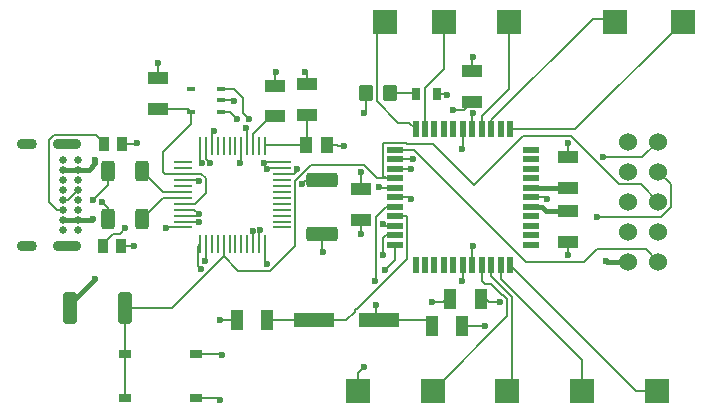
<source format=gbr>
%TF.GenerationSoftware,KiCad,Pcbnew,9.0.3*%
%TF.CreationDate,2025-07-20T22:32:54-06:00*%
%TF.ProjectId,bare_mega_1284,62617265-5f6d-4656-9761-5f313238342e,rev?*%
%TF.SameCoordinates,Original*%
%TF.FileFunction,Copper,L1,Top*%
%TF.FilePolarity,Positive*%
%FSLAX46Y46*%
G04 Gerber Fmt 4.6, Leading zero omitted, Abs format (unit mm)*
G04 Created by KiCad (PCBNEW 9.0.3) date 2025-07-20 22:32:54*
%MOMM*%
%LPD*%
G01*
G04 APERTURE LIST*
G04 Aperture macros list*
%AMRoundRect*
0 Rectangle with rounded corners*
0 $1 Rounding radius*
0 $2 $3 $4 $5 $6 $7 $8 $9 X,Y pos of 4 corners*
0 Add a 4 corners polygon primitive as box body*
4,1,4,$2,$3,$4,$5,$6,$7,$8,$9,$2,$3,0*
0 Add four circle primitives for the rounded corners*
1,1,$1+$1,$2,$3*
1,1,$1+$1,$4,$5*
1,1,$1+$1,$6,$7*
1,1,$1+$1,$8,$9*
0 Add four rect primitives between the rounded corners*
20,1,$1+$1,$2,$3,$4,$5,0*
20,1,$1+$1,$4,$5,$6,$7,0*
20,1,$1+$1,$6,$7,$8,$9,0*
20,1,$1+$1,$8,$9,$2,$3,0*%
G04 Aperture macros list end*
%TA.AperFunction,ComponentPad*%
%ADD10C,0.650000*%
%TD*%
%TA.AperFunction,ComponentPad*%
%ADD11O,1.700000X0.900000*%
%TD*%
%TA.AperFunction,ComponentPad*%
%ADD12O,2.400000X0.900000*%
%TD*%
%TA.AperFunction,SMDPad,CuDef*%
%ADD13R,1.749196X1.102398*%
%TD*%
%TA.AperFunction,ComponentPad*%
%ADD14C,1.524000*%
%TD*%
%TA.AperFunction,SMDPad,CuDef*%
%ADD15R,0.812800X1.143000*%
%TD*%
%TA.AperFunction,SMDPad,CuDef*%
%ADD16R,0.660400X0.990600*%
%TD*%
%TA.AperFunction,SMDPad,CuDef*%
%ADD17R,1.102398X1.749196*%
%TD*%
%TA.AperFunction,SMDPad,CuDef*%
%ADD18R,1.140000X1.470000*%
%TD*%
%TA.AperFunction,SMDPad,CuDef*%
%ADD19RoundRect,0.250000X0.312500X0.625000X-0.312500X0.625000X-0.312500X-0.625000X0.312500X-0.625000X0*%
%TD*%
%TA.AperFunction,SMDPad,CuDef*%
%ADD20R,0.280000X1.560000*%
%TD*%
%TA.AperFunction,SMDPad,CuDef*%
%ADD21R,1.560000X0.280000*%
%TD*%
%TA.AperFunction,SMDPad,CuDef*%
%ADD22R,0.800100X0.457200*%
%TD*%
%TA.AperFunction,SMDPad,CuDef*%
%ADD23R,0.508000X1.473200*%
%TD*%
%TA.AperFunction,SMDPad,CuDef*%
%ADD24R,1.473200X0.508000*%
%TD*%
%TA.AperFunction,SMDPad,CuDef*%
%ADD25RoundRect,0.250000X1.075000X-0.362500X1.075000X0.362500X-1.075000X0.362500X-1.075000X-0.362500X0*%
%TD*%
%TA.AperFunction,SMDPad,CuDef*%
%ADD26RoundRect,0.250000X-0.350000X-0.450000X0.350000X-0.450000X0.350000X0.450000X-0.350000X0.450000X0*%
%TD*%
%TA.AperFunction,SMDPad,CuDef*%
%ADD27R,1.000000X0.700000*%
%TD*%
%TA.AperFunction,SMDPad,CuDef*%
%ADD28R,3.500000X1.200000*%
%TD*%
%TA.AperFunction,SMDPad,CuDef*%
%ADD29RoundRect,0.250000X-0.362500X-1.075000X0.362500X-1.075000X0.362500X1.075000X-0.362500X1.075000X0*%
%TD*%
%TA.AperFunction,SMDPad,CuDef*%
%ADD30R,2.000000X2.000000*%
%TD*%
%TA.AperFunction,ViaPad*%
%ADD31C,0.600000*%
%TD*%
%TA.AperFunction,Conductor*%
%ADD32C,0.200000*%
%TD*%
%TA.AperFunction,Conductor*%
%ADD33C,0.400000*%
%TD*%
G04 APERTURE END LIST*
D10*
%TO.P,J1,A1,GND*%
%TO.N,GND*%
X121860000Y-95675000D03*
%TO.P,J1,A4,VBUS*%
%TO.N,+5V*%
X121860000Y-96525000D03*
%TO.P,J1,A5,CC1*%
%TO.N,Net-(J1-CC1)*%
X121860000Y-97375000D03*
%TO.P,J1,A6,DP1*%
%TO.N,/D_P*%
X121860000Y-98225000D03*
%TO.P,J1,A7,DN1*%
%TO.N,/D_N*%
X121860000Y-99075000D03*
%TO.P,J1,A8,SBU1*%
%TO.N,unconnected-(J1-SBU1-PadA8)*%
X121860000Y-99925000D03*
%TO.P,J1,A9,VBUS__1*%
%TO.N,+5V*%
X121860000Y-100775000D03*
%TO.P,J1,A12,GND__1*%
%TO.N,GND*%
X121860000Y-101625000D03*
%TO.P,J1,B1,GND__2*%
X120510000Y-101625000D03*
%TO.P,J1,B4,VBUS__2*%
%TO.N,+5V*%
X120510000Y-100775000D03*
%TO.P,J1,B5,CC2*%
%TO.N,Net-(J1-CC2)*%
X120510000Y-99925000D03*
%TO.P,J1,B6,DP2*%
%TO.N,/D_P*%
X120510000Y-99075000D03*
%TO.P,J1,B7,DN2*%
%TO.N,/D_N*%
X120510000Y-98225000D03*
%TO.P,J1,B8,SBU2*%
%TO.N,unconnected-(J1-SBU2-PadB8)*%
X120510000Y-97375000D03*
%TO.P,J1,B9,VBUS__3*%
%TO.N,+5V*%
X120510000Y-96525000D03*
%TO.P,J1,B12,GND__3*%
%TO.N,GND*%
X120510000Y-95675000D03*
D11*
%TO.P,J1,S1,SHELL*%
X117500000Y-94325000D03*
%TO.P,J1,S2,SHELL__1*%
X117500000Y-102975000D03*
D12*
%TO.P,J1,S3,SHELL__2*%
X120880000Y-94325000D03*
%TO.P,J1,S4,SHELL__3*%
X120880000Y-102975000D03*
%TD*%
D13*
%TO.P,C7,2*%
%TO.N,GND*%
X138500000Y-89398802D03*
%TO.P,C7,1*%
%TO.N,Net-(U2-VCCD)*%
X138500000Y-92001198D03*
%TD*%
D14*
%TO.P,CON1,10,10*%
%TO.N,GND*%
X168410000Y-94140000D03*
%TO.P,CON1,9,9*%
%TO.N,/MISO*%
X170950000Y-94140000D03*
%TO.P,CON1,8,8*%
%TO.N,GND*%
X168410000Y-96680000D03*
%TO.P,CON1,7,7*%
%TO.N,/SCK*%
X170950000Y-96680000D03*
%TO.P,CON1,6,6*%
%TO.N,unconnected-(CON1-Pad6)*%
X168410000Y-99220000D03*
%TO.P,CON1,5,5*%
%TO.N,/RES*%
X170950000Y-99220000D03*
%TO.P,CON1,4,4*%
%TO.N,unconnected-(CON1-Pad4)*%
X168410000Y-101760000D03*
%TO.P,CON1,3,3*%
%TO.N,unconnected-(CON1-Pad3)*%
X170950000Y-101760000D03*
%TO.P,CON1,2,2*%
%TO.N,+5V*%
X168410000Y-104300000D03*
%TO.P,CON1,1,1*%
%TO.N,/MOSI*%
X170950000Y-104300000D03*
%TD*%
D15*
%TO.P,R1,2*%
%TO.N,GND*%
X125449300Y-103000000D03*
%TO.P,R1,1*%
%TO.N,Net-(J1-CC1)*%
X123950700Y-103000000D03*
%TD*%
D16*
%TO.P,LED1,2*%
%TO.N,Net-(LED1-Pad2)*%
X150473700Y-90100000D03*
%TO.P,LED1,1*%
%TO.N,GND*%
X152226300Y-90100000D03*
%TD*%
D17*
%TO.P,C2,2*%
%TO.N,GND*%
X155951198Y-107480000D03*
%TO.P,C2,1*%
%TO.N,+5V*%
X153348802Y-107480000D03*
%TD*%
D13*
%TO.P,C4,2*%
%TO.N,GND*%
X163300000Y-95448802D03*
%TO.P,C4,1*%
%TO.N,/AREF*%
X163300000Y-98051198D03*
%TD*%
%TO.P,C5,2*%
%TO.N,GND*%
X163300000Y-102651198D03*
%TO.P,C5,1*%
%TO.N,/AVCC*%
X163300000Y-100048802D03*
%TD*%
%TO.P,C1,2*%
%TO.N,GND*%
X145750000Y-100751198D03*
%TO.P,C1,1*%
%TO.N,+5V*%
X145750000Y-98148802D03*
%TD*%
%TO.P,C3,2*%
%TO.N,GND*%
X155200000Y-88148802D03*
%TO.P,C3,1*%
%TO.N,+5V*%
X155200000Y-90751198D03*
%TD*%
%TO.P,C6,2*%
%TO.N,GND*%
X141200000Y-89298802D03*
%TO.P,C6,1*%
%TO.N,Net-(U2-VCCA)*%
X141200000Y-91901198D03*
%TD*%
%TO.P,C8,2*%
%TO.N,GND*%
X128550000Y-88748802D03*
%TO.P,C8,1*%
%TO.N,+3.3V*%
X128550000Y-91351198D03*
%TD*%
D18*
%TO.P,FL1,2*%
%TO.N,+5V*%
X142940000Y-94450000D03*
%TO.P,FL1,1*%
%TO.N,Net-(U2-VCCA)*%
X141160000Y-94450000D03*
%TD*%
D15*
%TO.P,R2,2*%
%TO.N,GND*%
X125549300Y-94300000D03*
%TO.P,R2,1*%
%TO.N,Net-(J1-CC2)*%
X124050700Y-94300000D03*
%TD*%
D19*
%TO.P,R3,2*%
%TO.N,/D_N*%
X124337500Y-96650000D03*
%TO.P,R3,1*%
%TO.N,/DM_N*%
X127262500Y-96650000D03*
%TD*%
%TO.P,R4,2*%
%TO.N,/D_P*%
X124337500Y-100650000D03*
%TO.P,R4,1*%
%TO.N,/DP_P*%
X127262500Y-100650000D03*
%TD*%
D20*
%TO.P,U2,48,GND__7*%
%TO.N,GND*%
X132150000Y-94470000D03*
%TO.P,U2,47,GND__6*%
X132650000Y-94470000D03*
%TO.P,U2,46,VCCIO__2*%
%TO.N,+5V*%
X133150000Y-94470000D03*
%TO.P,U2,45,EECS*%
%TO.N,unconnected-(U2-EECS-Pad45)*%
X133650000Y-94470000D03*
%TO.P,U2,44,EECLK*%
%TO.N,unconnected-(U2-EECLK-Pad44)*%
X134150000Y-94470000D03*
%TO.P,U2,43,EEDATA*%
%TO.N,unconnected-(U2-EEDATA-Pad43)*%
X134650000Y-94470000D03*
%TO.P,U2,42,TEST*%
%TO.N,unconnected-(U2-TEST-Pad42)*%
X135150000Y-94470000D03*
%TO.P,U2,41,AGND__2*%
%TO.N,GND*%
X135650000Y-94470000D03*
%TO.P,U2,40,VREGIN*%
%TO.N,+5V*%
X136150000Y-94470000D03*
%TO.P,U2,39,VCCD*%
%TO.N,Net-(U2-VCCD)*%
X136650000Y-94470000D03*
%TO.P,U2,38,VCORE*%
%TO.N,unconnected-(U2-VCORE-Pad38)*%
X137150000Y-94470000D03*
%TO.P,U2,37,VCCA*%
%TO.N,Net-(U2-VCCA)*%
X137650000Y-94470000D03*
D21*
%TO.P,U2,36,GND__5*%
%TO.N,GND*%
X139080000Y-95900000D03*
%TO.P,U2,35,GND__4*%
X139080000Y-96400000D03*
%TO.P,U2,34,RESET#*%
%TO.N,Net-(U2-RESET#)*%
X139080000Y-96900000D03*
%TO.P,U2,33,ACBUS9*%
%TO.N,unconnected-(U2-ACBUS9-Pad33)*%
X139080000Y-97400000D03*
%TO.P,U2,32,ACBUS8*%
%TO.N,unconnected-(U2-ACBUS8-Pad32)*%
X139080000Y-97900000D03*
%TO.P,U2,31,ACBUS7/PWRSAV#*%
%TO.N,unconnected-(U2-ACBUS7{slash}PWRSAV#-Pad31)*%
X139080000Y-98400000D03*
%TO.P,U2,30,ACBUS6*%
%TO.N,unconnected-(U2-ACBUS6-Pad30)*%
X139080000Y-98900000D03*
%TO.P,U2,29,ACBUS5*%
%TO.N,unconnected-(U2-ACBUS5-Pad29)*%
X139080000Y-99400000D03*
%TO.P,U2,28,ACBUS4*%
%TO.N,unconnected-(U2-ACBUS4-Pad28)*%
X139080000Y-99900000D03*
%TO.P,U2,27,ACBUS3*%
%TO.N,unconnected-(U2-ACBUS3-Pad27)*%
X139080000Y-100400000D03*
%TO.P,U2,26,ACBUS2*%
%TO.N,unconnected-(U2-ACBUS2-Pad26)*%
X139080000Y-100900000D03*
%TO.P,U2,25,ACBUS1*%
%TO.N,unconnected-(U2-ACBUS1-Pad25)*%
X139080000Y-101400000D03*
D20*
%TO.P,U2,24,VCCIO__1*%
%TO.N,+5V*%
X137650000Y-102830000D03*
%TO.P,U2,23,GND__3*%
%TO.N,GND*%
X137150000Y-102830000D03*
%TO.P,U2,22,GND__2*%
X136650000Y-102830000D03*
%TO.P,U2,21,ACBUS0*%
%TO.N,unconnected-(U2-ACBUS0-Pad21)*%
X136150000Y-102830000D03*
%TO.P,U2,20,ADBUS7*%
%TO.N,unconnected-(U2-ADBUS7-Pad20)*%
X135650000Y-102830000D03*
%TO.P,U2,19,ADBUS6*%
%TO.N,unconnected-(U2-ADBUS6-Pad19)*%
X135150000Y-102830000D03*
%TO.P,U2,18,ADBUS5*%
%TO.N,unconnected-(U2-ADBUS5-Pad18)*%
X134650000Y-102830000D03*
%TO.P,U2,17,ADBUS4*%
%TO.N,/RES*%
X134150000Y-102830000D03*
%TO.P,U2,16,ADBUS3*%
%TO.N,unconnected-(U2-ADBUS3-Pad16)*%
X133650000Y-102830000D03*
%TO.P,U2,15,ADBUS2*%
%TO.N,unconnected-(U2-ADBUS2-Pad15)*%
X133150000Y-102830000D03*
%TO.P,U2,14,ADBUS1*%
%TO.N,/RXD*%
X132650000Y-102830000D03*
%TO.P,U2,13,ADBUS0*%
%TO.N,/TXD*%
X132150000Y-102830000D03*
D21*
%TO.P,U2,12,VCCIO*%
%TO.N,+5V*%
X130720000Y-101400000D03*
%TO.P,U2,11,GND__1*%
%TO.N,GND*%
X130720000Y-100900000D03*
%TO.P,U2,10,GND*%
X130720000Y-100400000D03*
%TO.P,U2,9,AGND__1*%
X130720000Y-99900000D03*
%TO.P,U2,8,VPLL*%
%TO.N,+3.3V*%
X130720000Y-99400000D03*
%TO.P,U2,7,DP*%
%TO.N,/DP_P*%
X130720000Y-98900000D03*
%TO.P,U2,6,DM*%
%TO.N,/DM_N*%
X130720000Y-98400000D03*
%TO.P,U2,5,REF*%
%TO.N,unconnected-(U2-REF-Pad5)*%
X130720000Y-97900000D03*
%TO.P,U2,4,AGND*%
%TO.N,GND*%
X130720000Y-97400000D03*
%TO.P,U2,3,VPHY*%
%TO.N,+3.3V*%
X130720000Y-96900000D03*
%TO.P,U2,2,OSCO*%
%TO.N,unconnected-(U2-OSCO-Pad2)*%
X130720000Y-96400000D03*
%TO.P,U2,1,OSCI*%
%TO.N,unconnected-(U2-OSCI-Pad1)*%
X130720000Y-95900000D03*
%TD*%
D22*
%TO.P,U3,5,VOUT*%
%TO.N,+3.3V*%
X131399050Y-91600001D03*
%TO.P,U3,4,NC*%
%TO.N,unconnected-(U3-NC-Pad4)*%
X131399050Y-89699999D03*
%TO.P,U3,3,EN*%
%TO.N,+5V*%
X133900950Y-89699999D03*
%TO.P,U3,2,GND*%
%TO.N,GND*%
X133900950Y-90650000D03*
%TO.P,U3,1,VIN*%
%TO.N,+5V*%
X133900950Y-91600001D03*
%TD*%
D23*
%TO.P,U1,44,PB4_(SS/OC0B/PCINT12)*%
%TO.N,Net-(U1-PB4_(SS{slash}OC0B{slash}PCINT12))*%
X150400000Y-93109600D03*
%TO.P,U1,43,PB3_(AIN1/OC0A/PCINT11)*%
%TO.N,Net-(U1-PB3_(AIN1{slash}OC0A{slash}PCINT11))*%
X151200001Y-93109600D03*
%TO.P,U1,42,PB2_(AIN0/INT2/PCINT10)*%
%TO.N,unconnected-(U1-PB2_(AIN0{slash}INT2{slash}PCINT10)-Pad42)*%
X152000000Y-93109600D03*
%TO.P,U1,41,PB1_(T1/CLKO/PCINT9)*%
%TO.N,unconnected-(U1-PB1_(T1{slash}CLKO{slash}PCINT9)-Pad41)*%
X152800001Y-93109600D03*
%TO.P,U1,40,PB0_(XCK0/T0/PCINT8)*%
%TO.N,unconnected-(U1-PB0_(XCK0{slash}T0{slash}PCINT8)-Pad40)*%
X153599999Y-93109600D03*
%TO.P,U1,39,GND*%
%TO.N,GND*%
X154400000Y-93109600D03*
%TO.P,U1,38,VCC*%
%TO.N,+5V*%
X155200001Y-93109600D03*
%TO.P,U1,37,PA0_(ADC0/PCINT0)*%
%TO.N,Net-(U1-PA0_(ADC0{slash}PCINT0))*%
X155999999Y-93109600D03*
%TO.P,U1,36,PA1_(ADC1/PCINT1)*%
%TO.N,Net-(U1-PA1_(ADC1{slash}PCINT1))*%
X156800000Y-93109600D03*
%TO.P,U1,35,PA2_(ADC2/PCINT2)*%
%TO.N,unconnected-(U1-PA2_(ADC2{slash}PCINT2)-Pad35)*%
X157599999Y-93109600D03*
%TO.P,U1,34,PA3_(ADC3/PCINT3)*%
%TO.N,Net-(U1-PA3_(ADC3{slash}PCINT3))*%
X158400000Y-93109600D03*
D24*
%TO.P,U1,33,PA4_(ADC4/PCINT4)*%
%TO.N,unconnected-(U1-PA4_(ADC4{slash}PCINT4)-Pad33)*%
X160140400Y-94850000D03*
%TO.P,U1,32,PA5_(ADC5/PCINT5)*%
%TO.N,unconnected-(U1-PA5_(ADC5{slash}PCINT5)-Pad32)*%
X160140400Y-95650001D03*
%TO.P,U1,31,PA6_(ADC6/PCINT6)*%
%TO.N,unconnected-(U1-PA6_(ADC6{slash}PCINT6)-Pad31)*%
X160140400Y-96450000D03*
%TO.P,U1,30,PA7_(ADC7/PCINT7)*%
%TO.N,unconnected-(U1-PA7_(ADC7{slash}PCINT7)-Pad30)*%
X160140400Y-97250001D03*
%TO.P,U1,29,AREF*%
%TO.N,/AREF*%
X160140400Y-98049999D03*
%TO.P,U1,28,GND*%
%TO.N,GND*%
X160140400Y-98850000D03*
%TO.P,U1,27,AVCC*%
%TO.N,/AVCC*%
X160140400Y-99650001D03*
%TO.P,U1,26,PC7_(TOSC2/PCINT23)*%
%TO.N,unconnected-(U1-PC7_(TOSC2{slash}PCINT23)-Pad26)*%
X160140400Y-100449999D03*
%TO.P,U1,25,PC6_(TOSC1/PCINT22)*%
%TO.N,unconnected-(U1-PC6_(TOSC1{slash}PCINT22)-Pad25)*%
X160140400Y-101250000D03*
%TO.P,U1,24,PC5_(TDI/PCINT21)*%
%TO.N,unconnected-(U1-PC5_(TDI{slash}PCINT21)-Pad24)*%
X160140400Y-102049999D03*
%TO.P,U1,23,PC4_(TDO/PCINT20)*%
%TO.N,unconnected-(U1-PC4_(TDO{slash}PCINT20)-Pad23)*%
X160140400Y-102850000D03*
D23*
%TO.P,U1,22,(PCINT19/TMS)_PC3*%
%TO.N,Net-(U1-(PCINT19{slash}TMS)_PC3)*%
X158400000Y-104590400D03*
%TO.P,U1,21,(PCINT18/TCK)_PC2*%
%TO.N,Net-(U1-(PCINT18{slash}TCK)_PC2)*%
X157599999Y-104590400D03*
%TO.P,U1,20,(PCINT17/SDA)_PC1*%
%TO.N,Net-(U1-(PCINT17{slash}SDA)_PC1)*%
X156800000Y-104590400D03*
%TO.P,U1,19,(PCINT16/SCL)_PC0*%
%TO.N,Net-(U1-(PCINT16{slash}SCL)_PC0)*%
X155999999Y-104590400D03*
%TO.P,U1,18,GND*%
%TO.N,GND*%
X155200001Y-104590400D03*
%TO.P,U1,17,VCC*%
%TO.N,+5V*%
X154400000Y-104590400D03*
%TO.P,U1,16,(PCINT31/OC2A)_PD7*%
%TO.N,unconnected-(U1-(PCINT31{slash}OC2A)_PD7-Pad16)*%
X153599999Y-104590400D03*
%TO.P,U1,15,(PCINT30/OC2B/ICP)_PD6*%
%TO.N,unconnected-(U1-(PCINT30{slash}OC2B{slash}ICP)_PD6-Pad15)*%
X152800001Y-104590400D03*
%TO.P,U1,14,(PCINT29/OC1A)_PD5*%
%TO.N,unconnected-(U1-(PCINT29{slash}OC1A)_PD5-Pad14)*%
X152000000Y-104590400D03*
%TO.P,U1,13,(PCINT28/XCK1/OC1B)_PD4*%
%TO.N,unconnected-(U1-(PCINT28{slash}XCK1{slash}OC1B)_PD4-Pad13)*%
X151200001Y-104590400D03*
%TO.P,U1,12,(PCINT27/TXD1/INT1)_PD3*%
%TO.N,unconnected-(U1-(PCINT27{slash}TXD1{slash}INT1)_PD3-Pad12)*%
X150400000Y-104590400D03*
D24*
%TO.P,U1,11,(PCINT26/RXD1/INT0)_PD2*%
%TO.N,Net-(U1-(PCINT26{slash}RXD1{slash}INT0)_PD2)*%
X148659600Y-102850000D03*
%TO.P,U1,10,(PCINT25/TXD0)_PD1*%
%TO.N,/RXD*%
X148659600Y-102049999D03*
%TO.P,U1,9,(PCINT24/RXD0/T3)_PD0*%
%TO.N,/TXD*%
X148659600Y-101250000D03*
%TO.P,U1,8,XTAL1*%
%TO.N,/XTAL1*%
X148659600Y-100449999D03*
%TO.P,U1,7,XTAL2*%
%TO.N,/XTAL2*%
X148659600Y-99650001D03*
%TO.P,U1,6,GND*%
%TO.N,GND*%
X148659600Y-98850000D03*
%TO.P,U1,5,VCC*%
%TO.N,+5V*%
X148659600Y-98049999D03*
%TO.P,U1,4,RESET\u002A*%
%TO.N,/RES*%
X148659600Y-97250001D03*
%TO.P,U1,3,(PCINT15/OC3B/SCK)_PB7*%
%TO.N,/SCK*%
X148659600Y-96450000D03*
%TO.P,U1,2,(PCINT14/OC3A/MISO)_PB6*%
%TO.N,/MISO*%
X148659600Y-95650001D03*
%TO.P,U1,1,(PCINT13/ICP3/MOSI)_PB5*%
%TO.N,/MOSI*%
X148659600Y-94850000D03*
%TD*%
D25*
%TO.P,R5,2*%
%TO.N,Net-(U2-RESET#)*%
X142500000Y-97375000D03*
%TO.P,R5,1*%
%TO.N,+5V*%
X142500000Y-102000000D03*
%TD*%
D26*
%TO.P,R6,2*%
%TO.N,Net-(LED1-Pad2)*%
X148200000Y-90050000D03*
%TO.P,R6,1*%
%TO.N,+5V*%
X146200000Y-90050000D03*
%TD*%
D27*
%TO.P,S1,4,NO_2*%
%TO.N,GND*%
X131800000Y-115830000D03*
%TO.P,S1,3,NO_1*%
%TO.N,/RES*%
X125800000Y-115830000D03*
%TO.P,S1,2,COM_2*%
%TO.N,GND*%
X131800000Y-112130000D03*
%TO.P,S1,1,COM_1*%
%TO.N,/RES*%
X125800000Y-112130000D03*
%TD*%
D28*
%TO.P,Y1,2,2*%
%TO.N,/XTAL2*%
X147300000Y-109230000D03*
%TO.P,Y1,1,1*%
%TO.N,/XTAL1*%
X141800000Y-109230000D03*
%TD*%
D17*
%TO.P,C10,2*%
%TO.N,GND*%
X154351198Y-109730000D03*
%TO.P,C10,1*%
%TO.N,/XTAL2*%
X151748802Y-109730000D03*
%TD*%
D29*
%TO.P,R7,2*%
%TO.N,/RES*%
X125800000Y-108230000D03*
%TO.P,R7,1*%
%TO.N,+5V*%
X121175000Y-108230000D03*
%TD*%
D17*
%TO.P,C9,2*%
%TO.N,GND*%
X135248802Y-109230000D03*
%TO.P,C9,1*%
%TO.N,/XTAL1*%
X137851198Y-109230000D03*
%TD*%
D30*
%TO.P,TP19,1,1*%
%TO.N,Net-(U1-(PCINT16{slash}SCL)_PC0)*%
X151862500Y-115230000D03*
%TD*%
%TO.P,TP44,1,1*%
%TO.N,Net-(U1-PB4_(SS{slash}OC0B{slash}PCINT12))*%
X147800000Y-83980000D03*
%TD*%
%TO.P,TP22,1,1*%
%TO.N,Net-(U1-(PCINT19{slash}TMS)_PC3)*%
X170800000Y-115230000D03*
%TD*%
%TO.P,TP43,1,1*%
%TO.N,Net-(U1-PB3_(AIN1{slash}OC0A{slash}PCINT11))*%
X152800000Y-83980000D03*
%TD*%
%TO.P,TP11,1,1*%
%TO.N,Net-(U1-(PCINT26{slash}RXD1{slash}INT0)_PD2)*%
X145550000Y-115230000D03*
%TD*%
%TO.P,TP21,1,1*%
%TO.N,Net-(U1-(PCINT18{slash}TCK)_PC2)*%
X164487500Y-115230000D03*
%TD*%
%TO.P,TP37,1,1*%
%TO.N,Net-(U1-PA0_(ADC0{slash}PCINT0))*%
X158300000Y-83980000D03*
%TD*%
%TO.P,TP20,1,1*%
%TO.N,Net-(U1-(PCINT17{slash}SDA)_PC1)*%
X158175000Y-115230000D03*
%TD*%
%TO.P,TP34,1,1*%
%TO.N,Net-(U1-PA3_(ADC3{slash}PCINT3))*%
X173050000Y-83980000D03*
%TD*%
%TO.P,TP36,1,1*%
%TO.N,Net-(U1-PA1_(ADC1{slash}PCINT1))*%
X167300000Y-83980000D03*
%TD*%
D31*
%TO.N,Net-(U2-RESET#)*%
X140800000Y-97730000D03*
X140359999Y-96442812D03*
%TO.N,+5V*%
X136050000Y-92980000D03*
X136300000Y-92230000D03*
X136300000Y-92230000D03*
X136300000Y-92230000D03*
X136300000Y-92230000D03*
X136300000Y-92230000D03*
X136300000Y-92230000D03*
X136300000Y-92230000D03*
X135300000Y-92230000D03*
X135300000Y-92230000D03*
X135300000Y-92230000D03*
X166550000Y-104230000D03*
%TO.N,Net-(U1-(PCINT26{slash}RXD1{slash}INT0)_PD2)*%
X146050000Y-113230000D03*
%TO.N,/MISO*%
X150166835Y-95613165D03*
X166300000Y-95480000D03*
%TO.N,/SCK*%
X150050000Y-96480000D03*
X165800000Y-100480000D03*
%TO.N,Net-(U1-(PCINT26{slash}RXD1{slash}INT0)_PD2)*%
X147800000Y-104980000D03*
%TO.N,/TXD*%
X147636835Y-101114010D03*
X132202760Y-104950713D03*
%TO.N,/RXD*%
X132550000Y-104230000D03*
X147636835Y-103730000D03*
%TO.N,/XTAL2*%
X147050000Y-107980000D03*
X146994153Y-105937318D03*
%TO.N,Net-(J1-CC1)*%
X125800000Y-101480000D03*
%TO.N,+5V*%
X123300000Y-95730000D03*
X123050000Y-100730000D03*
X146050000Y-91730000D03*
X153550000Y-91480000D03*
X155300000Y-91730000D03*
X144300000Y-94480000D03*
X145800000Y-96730000D03*
X147300000Y-97980000D03*
X154300000Y-105950802D03*
X151800000Y-107730000D03*
X123300000Y-105730000D03*
X129300000Y-101480000D03*
X137800000Y-104480000D03*
X142550000Y-103480000D03*
X133300000Y-93230000D03*
%TO.N,GND*%
X126800000Y-94230000D03*
X126550000Y-102980000D03*
X157551000Y-107730000D03*
X156300000Y-109730000D03*
X133800000Y-109230000D03*
X133800000Y-115980000D03*
X134050000Y-112230000D03*
X133000003Y-95980000D03*
X132300000Y-95980000D03*
X132050000Y-97480000D03*
X132050000Y-100279997D03*
X132050000Y-100980000D03*
X136605297Y-101661942D03*
X137235671Y-101631975D03*
X137800000Y-96480000D03*
X137550000Y-95980000D03*
X135550000Y-95980000D03*
X145800000Y-101980000D03*
X154300000Y-94730000D03*
X150050000Y-98980000D03*
X155300000Y-102980000D03*
X161550000Y-98970000D03*
X163300000Y-103730000D03*
X163300000Y-94230000D03*
X155300000Y-86980000D03*
X153050000Y-90230000D03*
X141050000Y-88230000D03*
X138550000Y-88230000D03*
X135050000Y-90730000D03*
X128550000Y-87480000D03*
%TO.N,/D_P*%
X123864232Y-99243871D03*
%TO.N,/D_N*%
X123082256Y-99075000D03*
%TD*%
D32*
%TO.N,+3.3V*%
X128550000Y-91351198D02*
X131150247Y-91351198D01*
X129220000Y-96900000D02*
X129050000Y-96730000D01*
X129050000Y-96730000D02*
X129050000Y-94980000D01*
X131150247Y-91351198D02*
X131399050Y-91600001D01*
X130720000Y-96900000D02*
X129220000Y-96900000D01*
X129050000Y-94980000D02*
X131399050Y-92630950D01*
X131399050Y-92630950D02*
X131399050Y-91600001D01*
X132651000Y-97231057D02*
X132260943Y-96841000D01*
X132260943Y-96841000D02*
X130779000Y-96841000D01*
X130720000Y-99400000D02*
X131742000Y-99400000D01*
X132651000Y-98491000D02*
X132651000Y-97231057D01*
X131742000Y-99400000D02*
X132651000Y-98491000D01*
%TO.N,Net-(U2-RESET#)*%
X140359999Y-96642001D02*
X140102000Y-96900000D01*
X140359999Y-96442812D02*
X140359999Y-96642001D01*
X141155000Y-97375000D02*
X140800000Y-97730000D01*
X142500000Y-97375000D02*
X141155000Y-97375000D01*
X140102000Y-96900000D02*
X139080000Y-96900000D01*
%TO.N,GND*%
X161430000Y-98850000D02*
X160140400Y-98850000D01*
X161550000Y-98970000D02*
X161430000Y-98850000D01*
D33*
%TO.N,/AVCC*%
X161077000Y-99650001D02*
X160140400Y-99650001D01*
X161475801Y-100048802D02*
X161077000Y-99650001D01*
X163300000Y-100048802D02*
X161475801Y-100048802D01*
%TO.N,+5V*%
X121175000Y-107855000D02*
X123300000Y-105730000D01*
D32*
X121175000Y-108230000D02*
X121175000Y-107855000D01*
%TO.N,/AREF*%
X163298801Y-98049999D02*
X163300000Y-98051198D01*
D33*
X160140400Y-98049999D02*
X163298801Y-98049999D01*
D32*
%TO.N,+5V*%
X136150000Y-93080000D02*
X136050000Y-92980000D01*
X136150000Y-94470000D02*
X136150000Y-93080000D01*
X135800000Y-91730000D02*
X135800000Y-90480000D01*
X136300000Y-92230000D02*
X135800000Y-91730000D01*
X135800000Y-90480000D02*
X135019999Y-89699999D01*
X135019999Y-89699999D02*
X133900950Y-89699999D01*
X134670001Y-91600001D02*
X133900950Y-91600001D01*
X135300000Y-92230000D02*
X134670001Y-91600001D01*
X166620000Y-104300000D02*
X166550000Y-104230000D01*
D33*
X168410000Y-104300000D02*
X166620000Y-104300000D01*
D32*
X123300000Y-95980000D02*
X123300000Y-95730000D01*
D33*
X122755000Y-96525000D02*
X123300000Y-95980000D01*
D32*
%TO.N,Net-(U1-PB4_(SS{slash}OC0B{slash}PCINT12))*%
X147101000Y-84679000D02*
X147800000Y-83980000D01*
X147101000Y-90735160D02*
X147101000Y-84679000D01*
X148917940Y-92552100D02*
X147101000Y-90735160D01*
X149842500Y-92552100D02*
X148917940Y-92552100D01*
%TO.N,Net-(LED1-Pad2)*%
X150423700Y-90050000D02*
X150473700Y-90100000D01*
X148200000Y-90050000D02*
X150423700Y-90050000D01*
%TO.N,Net-(U1-PB4_(SS{slash}OC0B{slash}PCINT12))*%
X150400000Y-93109600D02*
X149842500Y-92552100D01*
%TO.N,Net-(U1-PA3_(ADC3{slash}PCINT3))*%
X158400000Y-93109600D02*
X163920400Y-93109600D01*
X163920400Y-93109600D02*
X173050000Y-83980000D01*
%TO.N,Net-(U1-PA1_(ADC1{slash}PCINT1))*%
X165386999Y-83730000D02*
X167300000Y-83730000D01*
X156800000Y-92316999D02*
X165386999Y-83730000D01*
X156800000Y-93109600D02*
X156800000Y-92316999D01*
%TO.N,Net-(U1-PA0_(ADC0{slash}PCINT0))*%
X158300000Y-89678995D02*
X158300000Y-83980000D01*
X155999999Y-91978996D02*
X158300000Y-89678995D01*
X155999999Y-93109600D02*
X155999999Y-91978996D01*
%TO.N,+5V*%
X154471198Y-91480000D02*
X155200000Y-90751198D01*
X153550000Y-91480000D02*
X154471198Y-91480000D01*
%TO.N,Net-(U1-PB3_(AIN1{slash}OC0A{slash}PCINT11))*%
X152800000Y-87980000D02*
X152800000Y-83730000D01*
X151200001Y-89579999D02*
X152800000Y-87980000D01*
X151200001Y-93109600D02*
X151200001Y-89579999D01*
%TO.N,Net-(U1-(PCINT19{slash}TMS)_PC3)*%
X169039600Y-115230000D02*
X170800000Y-115230000D01*
X158400000Y-104590400D02*
X169039600Y-115230000D01*
%TO.N,Net-(U1-(PCINT18{slash}TCK)_PC2)*%
X164487500Y-112647400D02*
X164487500Y-115230000D01*
X157599999Y-105759899D02*
X164487500Y-112647400D01*
X157599999Y-104590400D02*
X157599999Y-105759899D01*
%TO.N,Net-(U1-(PCINT17{slash}SDA)_PC1)*%
X158552000Y-114853000D02*
X158175000Y-115230000D01*
X158552000Y-107279000D02*
X158552000Y-114853000D01*
X156800000Y-105527000D02*
X158552000Y-107279000D01*
X156800000Y-104590400D02*
X156800000Y-105527000D01*
%TO.N,Net-(U1-(PCINT16{slash}SCL)_PC0)*%
X155999999Y-105929999D02*
X155999999Y-104590400D01*
X156300000Y-106230000D02*
X155999999Y-105929999D01*
X157799943Y-107129000D02*
X157699000Y-107129000D01*
X158152000Y-107978943D02*
X158152000Y-107481057D01*
X156800000Y-106230000D02*
X156300000Y-106230000D01*
X158151000Y-107979943D02*
X158152000Y-107978943D01*
X158151000Y-108941500D02*
X158151000Y-107979943D01*
X151862500Y-115230000D02*
X158151000Y-108941500D01*
X158152000Y-107481057D02*
X157799943Y-107129000D01*
X157699000Y-107129000D02*
X156800000Y-106230000D01*
%TO.N,GND*%
X157551000Y-107730000D02*
X156581198Y-107730000D01*
X156581198Y-107730000D02*
X155951198Y-107100000D01*
%TO.N,+5V*%
X152718802Y-107730000D02*
X153348802Y-107100000D01*
X151800000Y-107730000D02*
X152718802Y-107730000D01*
%TO.N,Net-(U1-(PCINT26{slash}RXD1{slash}INT0)_PD2)*%
X146050000Y-113230000D02*
X145550000Y-113730000D01*
X145550000Y-113730000D02*
X145550000Y-115230000D01*
%TO.N,Net-(U2-VCCA)*%
X141200000Y-94410000D02*
X141160000Y-94450000D01*
X141200000Y-91901198D02*
X141200000Y-94410000D01*
%TO.N,Net-(U2-VCCD)*%
X138176601Y-92001198D02*
X136650000Y-93527799D01*
X138500000Y-92001198D02*
X138176601Y-92001198D01*
X136650000Y-93527799D02*
X136650000Y-94470000D01*
%TO.N,Net-(U2-VCCA)*%
X141160000Y-94450000D02*
X137670000Y-94450000D01*
X137670000Y-94450000D02*
X137650000Y-94470000D01*
%TO.N,/RES*%
X147622000Y-97005000D02*
X147867001Y-97250001D01*
X147622000Y-94295000D02*
X147622000Y-97005000D01*
X149697200Y-94295000D02*
X147622000Y-94295000D01*
X155321850Y-97780350D02*
X151843500Y-94302000D01*
X151843500Y-94302000D02*
X149697200Y-94302000D01*
X159473200Y-93629000D02*
X155321850Y-97780350D01*
X149697200Y-94302000D02*
X149697200Y-94295000D01*
X169473000Y-97743000D02*
X167662943Y-97743000D01*
X163548943Y-93629000D02*
X159473200Y-93629000D01*
X167662943Y-97743000D02*
X163548943Y-93629000D01*
X170950000Y-99220000D02*
X169473000Y-97743000D01*
X147867001Y-97250001D02*
X148659600Y-97250001D01*
%TO.N,/MISO*%
X148696436Y-95613165D02*
X148659600Y-95650001D01*
X150166835Y-95613165D02*
X148696436Y-95613165D01*
X169610000Y-95480000D02*
X166300000Y-95480000D01*
X170950000Y-94140000D02*
X169610000Y-95480000D01*
%TO.N,/SCK*%
X148689600Y-96480000D02*
X148659600Y-96450000D01*
X150050000Y-96480000D02*
X148689600Y-96480000D01*
X171193310Y-100480000D02*
X165800000Y-100480000D01*
X172013000Y-99660310D02*
X171193310Y-100480000D01*
X172013000Y-97743000D02*
X172013000Y-99660310D01*
X170950000Y-96680000D02*
X172013000Y-97743000D01*
%TO.N,/MOSI*%
X150252200Y-94850000D02*
X148659600Y-94850000D01*
X159733200Y-104331000D02*
X150252200Y-94850000D01*
X169887000Y-103237000D02*
X165757198Y-103237000D01*
X164663198Y-104331000D02*
X159733200Y-104331000D01*
X170950000Y-104300000D02*
X169887000Y-103237000D01*
X165757198Y-103237000D02*
X164663198Y-104331000D01*
%TO.N,Net-(U1-(PCINT26{slash}RXD1{slash}INT0)_PD2)*%
X148659600Y-104120400D02*
X147800000Y-104980000D01*
X148659600Y-102850000D02*
X148659600Y-104120400D01*
%TO.N,/XTAL2*%
X147036835Y-100480164D02*
X147866998Y-99650001D01*
X147036835Y-105894636D02*
X147036835Y-100480164D01*
X146994153Y-105937318D02*
X147036835Y-105894636D01*
X147866998Y-99650001D02*
X148659600Y-99650001D01*
%TO.N,/XTAL1*%
X149697200Y-100550999D02*
X149596200Y-100449999D01*
X145451000Y-108329000D02*
X149697200Y-104082800D01*
X145249000Y-108329000D02*
X145451000Y-108329000D01*
X149697200Y-104082800D02*
X149697200Y-100550999D01*
X145249000Y-108531000D02*
X145249000Y-108329000D01*
X149596200Y-100449999D02*
X148659600Y-100449999D01*
X144550000Y-109230000D02*
X145249000Y-108531000D01*
X141800000Y-109230000D02*
X144550000Y-109230000D01*
%TO.N,/TXD*%
X148659600Y-101250000D02*
X147772825Y-101250000D01*
X147772825Y-101250000D02*
X147636835Y-101114010D01*
X131949000Y-104696953D02*
X132202760Y-104950713D01*
X131949000Y-103031000D02*
X131949000Y-104696953D01*
X132150000Y-102830000D02*
X131949000Y-103031000D01*
%TO.N,/RXD*%
X132650000Y-104130000D02*
X132650000Y-102830000D01*
X132550000Y-104230000D02*
X132650000Y-104130000D01*
X147622000Y-103715165D02*
X147636835Y-103730000D01*
X147622000Y-102295000D02*
X147622000Y-103715165D01*
X147867001Y-102049999D02*
X147622000Y-102295000D01*
X148659600Y-102049999D02*
X147867001Y-102049999D01*
%TO.N,/XTAL2*%
X151248802Y-109230000D02*
X151748802Y-109730000D01*
X147300000Y-109230000D02*
X151248802Y-109230000D01*
%TO.N,/XTAL1*%
X137851198Y-109230000D02*
X141800000Y-109230000D01*
%TO.N,/XTAL2*%
X147050000Y-108980000D02*
X147300000Y-109230000D01*
X147050000Y-107980000D02*
X147050000Y-108980000D01*
%TO.N,/RES*%
X134150000Y-103852000D02*
X134150000Y-102830000D01*
X135379000Y-105081000D02*
X134150000Y-103852000D01*
X138048943Y-105081000D02*
X135379000Y-105081000D01*
X140161000Y-102968943D02*
X138048943Y-105081000D01*
X140161000Y-97490340D02*
X140161000Y-102968943D01*
X141522340Y-96129000D02*
X140161000Y-97490340D01*
X146048943Y-96129000D02*
X141522340Y-96129000D01*
X147169944Y-97250001D02*
X146048943Y-96129000D01*
X148659600Y-97250001D02*
X147169944Y-97250001D01*
X134150000Y-103852000D02*
X129772000Y-108230000D01*
X129772000Y-108230000D02*
X125800000Y-108230000D01*
X125800000Y-112130000D02*
X125800000Y-115830000D01*
X125800000Y-108230000D02*
X125800000Y-112130000D01*
%TO.N,/D_P*%
X121824702Y-98225000D02*
X121860000Y-98225000D01*
X120510000Y-99075000D02*
X120974702Y-99075000D01*
X120974702Y-99075000D02*
X121824702Y-98225000D01*
%TO.N,Net-(J1-CC1)*%
X123950700Y-102768264D02*
X123950700Y-103000000D01*
X125351502Y-101928498D02*
X124790466Y-101928498D01*
X125800000Y-101480000D02*
X125351502Y-101928498D01*
X124790466Y-101928498D02*
X123950700Y-102768264D01*
%TO.N,+3.3V*%
X130779000Y-96841000D02*
X130720000Y-96900000D01*
D33*
%TO.N,+5V*%
X120510000Y-96525000D02*
X122755000Y-96525000D01*
D32*
X123005000Y-100775000D02*
X123050000Y-100730000D01*
D33*
X120510000Y-100775000D02*
X123005000Y-100775000D01*
D32*
X146200000Y-91580000D02*
X146050000Y-91730000D01*
X146200000Y-90050000D02*
X146200000Y-91580000D01*
X155200001Y-91829999D02*
X155300000Y-91730000D01*
X155200001Y-93109600D02*
X155200001Y-91829999D01*
X143800000Y-94480000D02*
X143770000Y-94450000D01*
X143770000Y-94450000D02*
X142940000Y-94450000D01*
X144300000Y-94480000D02*
X143800000Y-94480000D01*
X145750000Y-96780000D02*
X145800000Y-96730000D01*
X145750000Y-98148802D02*
X145750000Y-96780000D01*
X147369999Y-98049999D02*
X147300000Y-97980000D01*
X148659600Y-98049999D02*
X147369999Y-98049999D01*
X154400000Y-105850802D02*
X154300000Y-105950802D01*
X154400000Y-104590400D02*
X154400000Y-105850802D01*
X129380000Y-101400000D02*
X129300000Y-101480000D01*
X130720000Y-101400000D02*
X129380000Y-101400000D01*
X137650000Y-104330000D02*
X137800000Y-104480000D01*
X137650000Y-102830000D02*
X137650000Y-104330000D01*
X142500000Y-103430000D02*
X142550000Y-103480000D01*
X142500000Y-102000000D02*
X142500000Y-103430000D01*
X133150000Y-93380000D02*
X133300000Y-93230000D01*
X133150000Y-94470000D02*
X133150000Y-93380000D01*
%TO.N,GND*%
X126730000Y-94300000D02*
X126800000Y-94230000D01*
X125549300Y-94300000D02*
X126730000Y-94300000D01*
X126530000Y-103000000D02*
X126550000Y-102980000D01*
X125449300Y-103000000D02*
X126530000Y-103000000D01*
X154351198Y-109730000D02*
X156300000Y-109730000D01*
X135248802Y-109230000D02*
X133800000Y-109230000D01*
X133650000Y-115830000D02*
X133800000Y-115980000D01*
X131800000Y-115830000D02*
X133650000Y-115830000D01*
X133950000Y-112130000D02*
X134050000Y-112230000D01*
X131800000Y-112130000D02*
X133950000Y-112130000D01*
X132650000Y-95629997D02*
X133000003Y-95980000D01*
X132650000Y-94470000D02*
X132650000Y-95629997D01*
X132150000Y-95830000D02*
X132300000Y-95980000D01*
X132150000Y-94470000D02*
X132150000Y-95830000D01*
X131970000Y-97400000D02*
X132050000Y-97480000D01*
X130720000Y-97400000D02*
X131970000Y-97400000D01*
X131670003Y-99900000D02*
X132050000Y-100279997D01*
X130720000Y-99900000D02*
X131670003Y-99900000D01*
X131929997Y-100400000D02*
X132050000Y-100279997D01*
X130720000Y-100400000D02*
X131929997Y-100400000D01*
X131970000Y-100900000D02*
X132050000Y-100980000D01*
X130720000Y-100900000D02*
X131970000Y-100900000D01*
X136650000Y-101706645D02*
X136605297Y-101661942D01*
X136650000Y-102830000D02*
X136650000Y-101706645D01*
X137150000Y-101717646D02*
X137235671Y-101631975D01*
X137150000Y-102830000D02*
X137150000Y-101717646D01*
X137880000Y-96400000D02*
X137800000Y-96480000D01*
X139080000Y-96400000D02*
X137880000Y-96400000D01*
X137630000Y-95900000D02*
X137550000Y-95980000D01*
X139080000Y-95900000D02*
X137630000Y-95900000D01*
X135650000Y-95880000D02*
X135550000Y-95980000D01*
X135650000Y-94470000D02*
X135650000Y-95880000D01*
X145750000Y-101930000D02*
X145800000Y-101980000D01*
X145750000Y-100751198D02*
X145750000Y-101930000D01*
X154400000Y-94630000D02*
X154300000Y-94730000D01*
X154400000Y-93109600D02*
X154400000Y-94630000D01*
X149920000Y-98850000D02*
X150050000Y-98980000D01*
X148659600Y-98850000D02*
X149920000Y-98850000D01*
X155200001Y-103079999D02*
X155300000Y-102980000D01*
X155200001Y-104590400D02*
X155200001Y-103079999D01*
X163300000Y-102651198D02*
X163300000Y-103730000D01*
X163300000Y-95448802D02*
X163300000Y-94230000D01*
X155200000Y-87080000D02*
X155300000Y-86980000D01*
X155200000Y-88148802D02*
X155200000Y-87080000D01*
X152920000Y-90100000D02*
X153050000Y-90230000D01*
X152226300Y-90100000D02*
X152920000Y-90100000D01*
X141200000Y-88380000D02*
X141050000Y-88230000D01*
X141200000Y-89298802D02*
X141200000Y-88380000D01*
X138500000Y-88280000D02*
X138550000Y-88230000D01*
X138500000Y-89398802D02*
X138500000Y-88280000D01*
X134970000Y-90650000D02*
X135050000Y-90730000D01*
X133900950Y-90650000D02*
X134970000Y-90650000D01*
X128550000Y-88748802D02*
X128550000Y-87480000D01*
%TO.N,/D_P*%
X124337500Y-99717139D02*
X123864232Y-99243871D01*
X124337500Y-100650000D02*
X124337500Y-99717139D01*
%TO.N,/D_N*%
X124337500Y-97819756D02*
X124337500Y-96650000D01*
X123082256Y-99075000D02*
X124337500Y-97819756D01*
%TO.N,/DP_P*%
X129012500Y-98900000D02*
X130720000Y-98900000D01*
X127262500Y-100650000D02*
X129012500Y-98900000D01*
%TO.N,/DM_N*%
X129012500Y-98400000D02*
X130720000Y-98400000D01*
X127262500Y-96650000D02*
X129012500Y-98400000D01*
%TO.N,Net-(J1-CC2)*%
X123324700Y-93574000D02*
X124050700Y-94300000D01*
X119379000Y-94013926D02*
X119818926Y-93574000D01*
X120050381Y-99925000D02*
X119379000Y-99253619D01*
X119818926Y-93574000D02*
X123324700Y-93574000D01*
X120510000Y-99925000D02*
X120050381Y-99925000D01*
X119379000Y-99253619D02*
X119379000Y-94013926D01*
%TD*%
M02*

</source>
